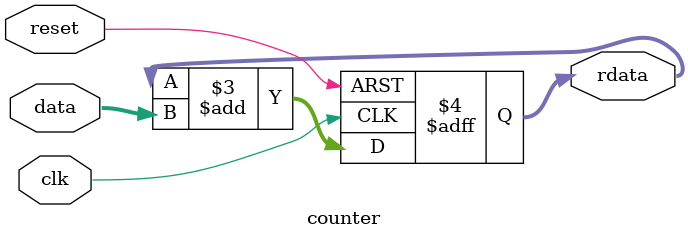
<source format=v>
`include "distance.v"
`include "minimum.v"
`include "mux2x1.v"
module kmeancluster(clk,
                    reset);
    
    reg [15:0] dataset [0:15];
    reg [15:0] c1, c2, c3;
    input clk, reset;
    
    initial
    begin
        c1          = 16'b0000000000000001;
        c2          = 16'b0000100000000010;
        c3          = 16'b0000000000000011;
        dataset[0]  = 16'b0000001000000010;
        dataset[1]  = 16'b0000100100000001;
        dataset[2]  = 16'b0000010000000100;
        dataset[3]  = 16'b0000000001000000;
        dataset[4]  = 16'b0000010000000000;
        dataset[5]  = 16'b0000000001010000;
        dataset[6]  = 16'b0000000000000000;
        dataset[7]  = 16'b0001000100000000;
        dataset[8]  = 16'b0000000000000000;
        dataset[9]  = 16'b0010000000000000;
        dataset[10] = 16'b0000010000010000;
        dataset[11] = 16'b0000000000001010;
        dataset[12] = 16'b0010001000010000;
        dataset[13] = 16'b0001000000000100;
        dataset[14] = 16'b0001100100000000;
        dataset[15] = 16'b0001000000010000;
    end
    
    reg [3:0] i;
    wire [15:0] ith_data;
    always@(posedge clk, negedge reset)
    begin
        if (reset == 0)
        begin
            i = 0;
        end
        else
        begin
            i = i+1;
            if (i == 15)
            begin
                $monitor("count %d", l0_count , l1_count, l2_count);
                $finish();
            end
            else
                $monitor("distance %d", i, dist1, dist2, dist3, minlabel);
        end
    end
    
    assign ith_data = dataset[i];
    
    wire [7:0] dist1, dist2, dist3;
    distance distobj1(ith_data, c1, dist1);
    distance distobj2(ith_data, c2, dist2);
    distance distobj3(ith_data, c3, dist3);
    
    wire [7:0] minlabel;
    minimum obj(dist1, dist2, dist3, minlabel);
    
    
    reg [7:0] en0, en1, en2;
    wire [7:0] l0_count, l1_count, l2_count;
    reg [15:0] data0, data1, data2;
    wire [15:0] l0_sum, l1_sum, l2_sum;
    always@(minlabel)
    begin
        if (minlabel == 0)
        begin
            en0   = 1;
            en1   = 0;
            en2   = 0;
            data0 = ith_data;
            data1 = 0;
            data2 = 0;
        end
        else if (minlabel == 1)
        begin
            en0   = 0;
            en1   = 1;
            en2   = 0;
            data0 = 0;
            data1 = ith_data;
            data2 = 0;
        end
        else
        begin
            en0   = 0;
            en1   = 0;
            en2   = 1;
            data0 = 0;
            data1 = 0;
            data2 = ith_data;
        end
    end
    counter counter0(clk, reset, en0, l0_count);
    counter counter1(clk, reset, en1, l1_count);
    counter counter2(clk, reset, en2, l2_count);
    
    accumulator sum0(clk, reset, data0, l0_sum);
    accumulator sum1(clk, reset, data1, l1_sum);
    accumulator sum2(clk, reset, data2, l2_sum);
    
    
endmodule
    
    module accumulator(clk, reset, data, rdata);
        input clk, reset;
        input [15:0] data;
        output reg [15:0] rdata;
        always@(posedge clk, negedge reset)
        begin
            if (reset == 0)
                rdata = 0;
            else
                rdata = rdata +data;
        end
        
    endmodule
        
        module counter(clk, reset, data, rdata);
            input clk, reset;
            input [7:0] data;
            output reg [7:0] rdata;
            always@(posedge clk, negedge reset)
            begin
                if (reset == 0)
                    rdata = 0;
                else
                    rdata = rdata +data;
            end
            
        endmodule
            
            
            
            
            
            
            

</source>
